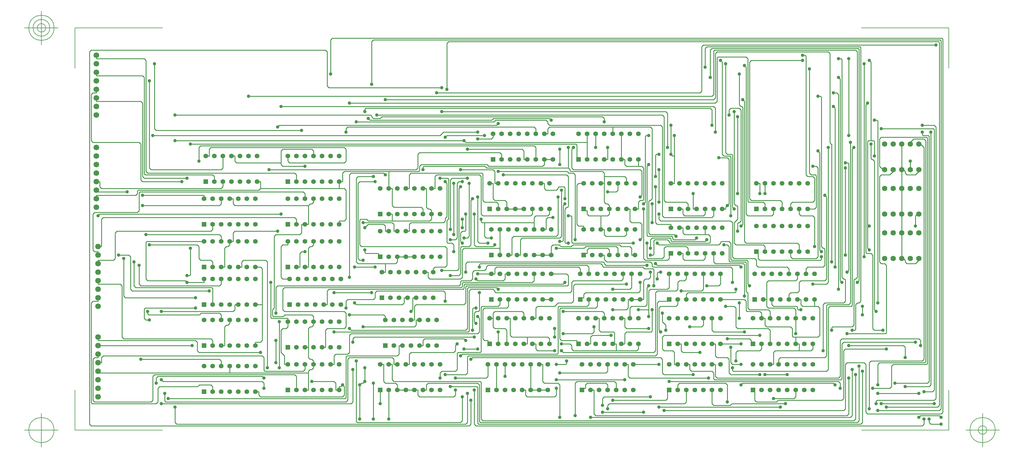
<source format=gbr>
G04 Generated by Ultiboard 14.1 *
%FSLAX24Y24*%
%MOIN*%

%ADD10C,0.0001*%
%ADD11C,0.0100*%
%ADD12C,0.0050*%
%ADD13C,0.0665*%
%ADD14C,0.0633*%
%ADD15C,0.0394*%
%ADD16C,0.0550*%
%ADD17R,0.0550X0.0550*%


G04 ColorRGB 00FF00 for the following layer *
%LNCopper Top*%
%LPD*%
G54D10*
G54D11*
X20600Y18600D02*
X19600Y18600D01*
X19000Y-8400D02*
X18000Y-8400D01*
X-21200Y1200D02*
X-27100Y1200D01*
X-27200Y1100D01*
X-27200Y0D01*
X-27000Y-200D01*
X-26600Y-200D01*
X-2000Y-11800D02*
X-2000Y-7800D01*
X-4000Y-7800D02*
X-3800Y-8000D01*
X-3800Y-9000D01*
X-4000Y-9200D01*
X-13600Y-9200D01*
X-13800Y-9000D01*
X-13800Y-8600D01*
X-14200Y-8600D01*
X28000Y-3800D02*
X23000Y-3800D01*
X22800Y-3600D01*
X22800Y-3200D01*
X22600Y-3000D01*
X21600Y-3000D01*
X38400Y7600D02*
X38400Y7000D01*
X38200Y6800D01*
X36000Y6800D01*
X35800Y7000D01*
X35800Y7600D01*
X35400Y7600D01*
X34400Y7600D02*
X34200Y7600D01*
X34200Y7000D01*
X34000Y6800D01*
X31400Y6800D01*
X31200Y7000D01*
X31200Y12800D01*
X30800Y14200D02*
X31000Y14400D01*
X31000Y17200D01*
X30800Y17400D01*
X23000Y17400D01*
X22800Y17600D01*
X22800Y19800D01*
X23000Y20000D01*
X25600Y20000D02*
X25600Y21600D01*
X31600Y6200D02*
X26800Y6200D01*
X26600Y6400D01*
X26600Y6500D01*
X26500Y6600D01*
X10600Y6600D01*
X10400Y6400D01*
X10400Y5400D01*
X10400Y-2600D02*
X10200Y-2400D01*
X5600Y-2400D01*
X5400Y-2600D01*
X5400Y-3200D01*
X5000Y-3200D01*
X4400Y-8400D02*
X3400Y-8400D01*
X2400Y7200D02*
X2400Y6600D01*
X2200Y6400D01*
X1000Y5400D02*
X600Y5400D01*
X2200Y6400D02*
X1000Y6400D01*
X1000Y5400D01*
X1000Y6400D02*
X-2200Y6400D01*
X-2400Y6600D01*
X-2400Y16400D01*
X-2200Y16600D01*
X-400Y16600D01*
X44800Y-6600D02*
X41400Y-6600D01*
X41200Y-6400D01*
X41200Y-4800D01*
X41000Y-4600D01*
X39800Y-4600D01*
X39600Y-4400D01*
X39600Y-3000D01*
X39200Y-3000D01*
X28000Y-8400D02*
X28000Y-7600D01*
X27800Y-7400D01*
X23400Y-7400D01*
X23200Y-7600D01*
X23200Y-11400D01*
X-23600Y23800D02*
X-700Y23800D01*
X-600Y23700D01*
X-600Y23600D01*
X-400Y23400D01*
X400Y23400D01*
X600Y23600D01*
X26400Y23600D01*
X26600Y23400D01*
X26600Y23000D01*
X24800Y5200D02*
X24800Y6000D01*
X24600Y6200D01*
X13000Y6200D01*
X12800Y6000D01*
X12800Y5800D01*
X12600Y5600D01*
X11400Y5600D01*
X11200Y5400D01*
X11200Y4600D01*
X11000Y4400D01*
X9900Y4400D01*
X9800Y4300D01*
X9800Y4000D01*
X9600Y3800D01*
X-11600Y3800D01*
X-11800Y3600D01*
X-11800Y600D01*
X39200Y-8400D02*
X39200Y-10000D01*
X39400Y-10200D01*
X41300Y-10200D01*
X41400Y-10200D01*
X41400Y-10100D01*
X41600Y-10000D01*
X47800Y-10000D01*
X58400Y-10000D02*
X58400Y-9700D01*
X58500Y-9600D01*
X65200Y-9600D01*
X65400Y-9400D01*
X65400Y22400D01*
X65200Y22600D01*
X63800Y22600D01*
X39200Y22600D02*
X39200Y24400D01*
X39000Y24600D01*
X-1300Y24600D01*
X-1400Y24500D01*
X-1400Y24200D01*
X-1400Y10600D02*
X-1000Y11000D01*
X800Y11000D01*
X1000Y10800D01*
X1000Y10200D01*
X1400Y10200D01*
X26600Y16600D02*
X26600Y17000D01*
X26400Y17200D01*
X22700Y17200D01*
X22600Y17300D01*
X22600Y17400D01*
X22400Y17600D01*
X12900Y17600D01*
X12800Y17600D01*
X12800Y17700D01*
X12600Y17800D01*
X5500Y17800D01*
X5400Y17700D01*
X5400Y17400D01*
X61800Y-8000D02*
X64600Y-8000D01*
X64800Y-7800D01*
X64800Y21800D01*
X48200Y5200D02*
X48200Y5800D01*
X48000Y6000D01*
X44600Y6000D01*
X44400Y6200D01*
X44400Y6800D01*
X44200Y7000D01*
X41800Y7000D01*
X41600Y7200D01*
X41600Y11200D01*
X41400Y11400D01*
X33200Y11400D01*
X33000Y11600D01*
X33000Y12200D01*
X-17200Y9000D02*
X-17200Y8600D01*
X-17400Y8400D01*
X-17600Y8400D01*
X-17800Y8200D01*
X-17800Y6000D01*
X-18200Y6000D01*
X-18000Y19000D02*
X-18000Y17600D01*
X-18200Y17400D01*
X-26400Y17400D01*
X-26600Y17600D01*
X-26600Y27800D01*
X-8400Y14000D02*
X-8400Y14600D01*
X-8600Y14800D01*
X-27700Y14800D01*
X-27800Y14700D01*
X-27800Y12600D01*
X-28000Y12400D01*
X-33000Y12400D01*
X-33200Y12200D01*
X-33200Y8000D01*
X-33000Y7800D01*
X-32600Y7800D01*
X-32600Y7400D01*
X-18200Y9000D02*
X-18200Y9600D01*
X-18400Y9800D01*
X-27000Y9800D01*
X20000Y-8400D02*
X19000Y-8400D01*
X5400Y12200D02*
X5400Y12800D01*
X5200Y13000D01*
X2000Y13000D01*
X1800Y13200D01*
X1800Y15200D01*
X1400Y15200D01*
X-4400Y15200D02*
X-3800Y15200D01*
X-3600Y15000D01*
X-3600Y11600D01*
X-3800Y11400D01*
X-4400Y11400D01*
X-4400Y11000D01*
X57800Y20800D02*
X57800Y30000D01*
X57600Y30200D01*
X63400Y17400D02*
X63400Y17200D01*
X63000Y16800D01*
X62000Y16800D01*
X61800Y17000D01*
X61800Y17200D01*
X61600Y17400D01*
X61400Y17400D01*
X61400Y15200D01*
X36000Y9800D02*
X35800Y10000D01*
X35800Y10600D01*
X35400Y10600D01*
X38400Y10600D02*
X38400Y9800D01*
X36000Y9800D01*
X12600Y21400D02*
X8200Y21400D01*
X8000Y21200D01*
X7400Y16400D02*
X8300Y16400D01*
X8400Y16300D01*
X8400Y11700D01*
X8400Y11600D01*
X8300Y11600D01*
X8200Y11400D01*
X8200Y8900D01*
X8300Y8800D01*
X8800Y8800D01*
X9000Y8600D01*
X9000Y7800D01*
X15000Y-6800D02*
X15000Y-5400D01*
X45400Y7800D02*
X45400Y8400D01*
X45200Y8600D01*
X42000Y8600D01*
X41800Y8800D01*
X41800Y11200D01*
X42200Y11600D01*
X42200Y13100D01*
X42100Y13200D01*
X42000Y13200D01*
X41800Y13400D01*
X41800Y24200D01*
X49400Y12800D02*
X49400Y12200D01*
X49600Y12000D01*
X51000Y12000D01*
X51200Y11800D01*
X51200Y8400D01*
X56000Y-6600D02*
X56000Y-11800D01*
X55800Y-12000D01*
X12400Y-12000D01*
X12200Y-11800D01*
X12200Y-7500D01*
X12100Y-7400D01*
X2000Y-7400D01*
X1800Y-7200D01*
X1800Y-5400D01*
X1400Y-5400D01*
X27000Y-5400D02*
X27000Y-6200D01*
X26800Y-6400D01*
X21400Y-6400D01*
X10000Y10600D02*
X10000Y11600D01*
X46000Y-3000D02*
X46000Y-1400D01*
X45800Y-1200D01*
X42200Y-1200D01*
X42000Y-1000D01*
X42000Y1200D01*
X41800Y1400D01*
X40800Y1400D01*
X36400Y7600D02*
X36400Y8200D01*
X36200Y8400D01*
X33800Y8400D01*
X33600Y8200D01*
X33600Y7200D01*
X33400Y7000D01*
X31700Y7000D01*
X31600Y7100D01*
X31600Y8800D01*
X30000Y8800D02*
X22900Y8800D01*
X22800Y8900D01*
X22800Y11900D01*
X22700Y12000D01*
X22400Y12000D01*
X11200Y14000D02*
X11000Y13800D01*
X11000Y8600D01*
X10800Y8400D01*
X9900Y8400D01*
X9800Y8300D01*
X9800Y5200D01*
X9600Y5000D01*
X8600Y5000D01*
X-7400Y-400D02*
X-7400Y-800D01*
X-7600Y-1000D01*
X-7800Y-1000D01*
X-8000Y-1200D01*
X-8000Y-3400D01*
X-8400Y-3400D01*
X-9400Y6000D02*
X-9000Y6000D01*
X-9000Y7600D01*
X-8800Y7800D01*
X-8400Y7800D01*
X-22800Y16000D02*
X-27400Y16000D01*
X-27600Y16200D01*
X-27600Y20400D01*
X-27800Y20600D01*
X-33200Y20600D01*
X-33400Y20800D01*
X-33400Y26200D01*
X-33200Y26400D01*
X-32800Y26400D01*
X-32800Y26800D01*
X-21200Y2400D02*
X-29400Y2400D01*
X-29600Y2600D01*
X-29600Y7000D01*
X-18200Y-5600D02*
X-18200Y-5000D01*
X-18400Y-4800D01*
X-27600Y-4800D01*
X19400Y7400D02*
X18400Y7400D01*
X29200Y17800D02*
X29000Y18000D01*
X29000Y18600D01*
X28600Y18600D01*
X30600Y18600D02*
X30600Y17800D01*
X29200Y17800D01*
X49400Y-3800D02*
X46600Y-3800D01*
X46400Y-4000D01*
X46400Y-5400D01*
X46000Y-5400D01*
X59200Y-1400D02*
X58200Y-1400D01*
X58000Y-1200D01*
X58000Y7400D01*
X57800Y7600D01*
X57300Y7600D01*
X57200Y7700D01*
X57200Y25000D01*
X57400Y25200D01*
X10600Y19800D02*
X17000Y19800D01*
X17200Y19600D01*
X17200Y18600D01*
X17600Y18600D01*
X21400Y18000D02*
X21400Y19800D01*
X13600Y21600D02*
X13600Y21200D01*
X13400Y21000D01*
X11800Y21000D01*
X38200Y5200D02*
X38200Y3400D01*
X38000Y3200D01*
X35600Y3200D01*
X14200Y-1600D02*
X14200Y-3000D01*
X33000Y13600D02*
X33000Y17400D01*
X52000Y7800D02*
X51800Y8000D01*
X51800Y19400D01*
X51600Y19600D01*
X39200Y0D02*
X39200Y-1400D01*
X39400Y-1600D01*
X43000Y-1600D01*
X53200Y-1400D02*
X53200Y-1100D01*
X53300Y-1000D01*
X55600Y-1000D01*
X55800Y-800D01*
X55800Y4500D01*
X55900Y4600D01*
X56000Y4600D01*
X56200Y4800D01*
X56200Y31200D01*
X56000Y31400D01*
X39500Y31400D01*
X39400Y31300D01*
X39400Y26200D01*
X39200Y26000D01*
X-15000Y26000D01*
X55600Y-1400D02*
X55900Y-1400D01*
X56000Y-1300D01*
X56000Y1600D01*
X56200Y1800D01*
X56400Y1800D01*
X56600Y2000D01*
X56600Y31700D01*
X56500Y31800D01*
X38600Y31800D01*
X38400Y31600D01*
X38400Y29400D01*
X27000Y-8400D02*
X27000Y-7800D01*
X26800Y-7600D01*
X24600Y-7600D01*
X24400Y-7800D01*
X24400Y-8200D01*
X24000Y-8200D01*
X24000Y-8400D01*
X30000Y-5400D02*
X33000Y-5400D01*
X33000Y-10400D02*
X47200Y-10400D01*
X42400Y0D02*
X42400Y1800D01*
X43600Y3800D02*
X43400Y4000D01*
X43400Y6700D01*
X43300Y6800D01*
X41500Y6800D01*
X41400Y6900D01*
X41400Y8800D01*
X41200Y9000D01*
X40300Y9000D01*
X40200Y8900D01*
X40200Y8800D01*
X40000Y8600D01*
X33000Y8600D01*
X32800Y8800D01*
X-11600Y10200D02*
X-16600Y10200D01*
X-16800Y10000D01*
X-16800Y9000D01*
X-17200Y9000D01*
X-17200Y-200D02*
X-17200Y-600D01*
X-17400Y-800D01*
X-17600Y-800D01*
X-17800Y-1000D01*
X-17800Y-3200D01*
X-18200Y-3200D01*
X40400Y12800D02*
X40800Y12800D01*
X40800Y13000D01*
X41000Y13200D01*
X-13600Y16000D02*
X-14000Y16000D01*
X-4400Y16000D02*
X-4400Y15200D01*
X-13600Y15200D01*
X-13600Y16000D01*
X20400Y7400D02*
X20400Y8400D01*
X20600Y8600D01*
X21300Y8600D01*
X21400Y8600D01*
X21400Y8500D01*
X21600Y8400D01*
X22700Y8400D01*
X22800Y8400D01*
X22800Y8500D01*
X23000Y8600D01*
X28400Y8600D01*
X28600Y8400D01*
X29600Y8400D01*
X29800Y8200D01*
X29800Y7400D01*
X30200Y7400D01*
X-11800Y-2600D02*
X-11800Y-5200D01*
X-7600Y-7400D02*
X-5000Y-7400D01*
X-4800Y-7600D01*
X-4800Y-8400D01*
X-4400Y-8400D01*
X33400Y600D02*
X33400Y-400D01*
X33800Y-800D01*
X33800Y-1400D01*
X34200Y5200D02*
X34200Y3600D01*
X34000Y3400D01*
X32000Y3400D01*
X31800Y3200D01*
X31800Y1000D01*
X34400Y15800D02*
X34800Y15800D01*
X34800Y21400D01*
X55200Y21400D02*
X55200Y30400D01*
X66000Y-11600D02*
X65800Y-11400D01*
X63600Y-11400D01*
X63400Y-11600D01*
X63400Y-8800D02*
X58600Y-8800D01*
X49000Y-8400D02*
X49000Y-9200D01*
X48800Y-9400D01*
X46400Y-9400D01*
X42600Y-5400D02*
X41600Y-5400D01*
X41400Y-5200D01*
X41400Y-3400D01*
X21000Y-8200D02*
X21000Y-9000D01*
X20800Y-9200D01*
X17600Y-9200D01*
X17400Y-9000D01*
X17400Y-8400D01*
X17000Y-8400D01*
X48400Y12800D02*
X48400Y13400D01*
X48600Y13600D01*
X51000Y13600D01*
X51200Y13800D01*
X51200Y16400D01*
X51000Y16600D01*
X50400Y16600D01*
X50200Y16800D01*
X50200Y30700D01*
X50100Y30800D01*
X49800Y30800D01*
X-25200Y-7200D02*
X-25000Y-7400D01*
X-13400Y-7400D01*
X-13200Y-7600D01*
X-13200Y-8200D01*
X36200Y-8400D02*
X36200Y-9800D01*
X36000Y-10000D01*
X27200Y-10000D01*
X27000Y-10200D01*
X27000Y-10600D01*
X-5000Y3000D02*
X-600Y3000D01*
X6400Y12200D02*
X6400Y11600D01*
X6200Y11400D01*
X1800Y12200D02*
X1400Y12200D01*
X6200Y11400D02*
X1800Y11400D01*
X1800Y12200D01*
X4000Y800D02*
X4200Y1000D01*
X4200Y2400D01*
X4600Y2400D01*
X-18000Y16000D02*
X-18000Y15400D01*
X-18200Y15200D01*
X-32200Y15200D01*
X-32400Y15400D01*
X-32400Y16000D01*
X-32800Y16000D01*
X20400Y2200D02*
X19400Y2200D01*
X29600Y0D02*
X29600Y1200D01*
X29800Y1400D01*
X31400Y1400D01*
X31600Y1600D01*
X31600Y3600D01*
X31800Y3800D01*
X61400Y15200D02*
X61400Y12200D01*
X34400Y19200D02*
X34600Y19000D01*
X34800Y19000D01*
X18400Y5200D02*
X18400Y4400D01*
X18200Y4200D01*
X10100Y4200D01*
X10000Y4100D01*
X10000Y3700D01*
X9900Y3600D01*
X-10800Y3600D01*
X-11000Y3400D01*
X-11000Y1000D01*
X-10800Y800D01*
X-3800Y800D01*
X-3600Y600D01*
X-3600Y-1000D01*
X-3800Y-1200D01*
X-5800Y-1200D01*
X-6000Y-1400D01*
X-6000Y-3400D01*
X-6400Y-3400D01*
X14200Y3400D02*
X14000Y3600D01*
X10700Y3600D01*
X10600Y3500D01*
X10600Y-1200D01*
X10400Y-1400D01*
X-3000Y-1400D01*
X-3200Y-1200D01*
X62400Y17400D02*
X62400Y18400D01*
X63000Y-2800D02*
X54600Y-2800D01*
X54400Y-3000D01*
X54400Y-7100D01*
X54300Y-7200D01*
X39500Y-7200D01*
X39400Y-7100D01*
X39400Y-6400D01*
X39200Y-6200D01*
X36800Y-6200D01*
X36600Y-6000D01*
X36600Y-5400D01*
X36200Y-5400D01*
X22000Y4200D02*
X21800Y4000D01*
X10300Y4000D01*
X10200Y3900D01*
X10200Y3500D01*
X10100Y3400D01*
X-5600Y3400D01*
X-5800Y3200D01*
X-5800Y1600D01*
X-6200Y1600D01*
X49000Y0D02*
X49000Y-1800D01*
X49800Y1400D02*
X49600Y1600D01*
X49600Y2200D01*
X49200Y2200D01*
X51200Y2200D02*
X51200Y1400D01*
X49800Y1400D01*
X20200Y12800D02*
X20200Y12200D01*
X20000Y12000D01*
X18600Y12000D01*
X18400Y11800D01*
X18400Y11200D01*
X25800Y2200D02*
X25800Y1400D01*
X25600Y1200D01*
X21500Y1200D01*
X21400Y1100D01*
X21400Y-2400D01*
X21600Y-2600D01*
X23400Y-2600D01*
X23400Y-3000D01*
X23600Y-3000D01*
X16200Y12800D02*
X15200Y12800D01*
X3400Y-8400D02*
X2400Y-8400D01*
X61400Y12200D02*
X61400Y10000D01*
X37400Y12800D02*
X37000Y12800D01*
X37000Y14600D01*
X21200Y14200D02*
X21200Y9800D01*
X21000Y9600D01*
X16000Y9600D01*
X15800Y9400D01*
X15800Y7400D01*
X15400Y7400D01*
X14400Y2200D02*
X14400Y1600D01*
X14200Y1400D01*
X12300Y1400D01*
X12200Y1300D01*
X12200Y-3900D01*
X12100Y-4000D01*
X9500Y-4000D01*
X9400Y-4100D01*
X9400Y-6000D01*
X9200Y-6200D01*
X7600Y-6200D01*
X7400Y-6400D01*
X7400Y-7000D01*
X14400Y8200D02*
X10200Y8200D01*
X10000Y8000D01*
X10000Y4800D01*
X9800Y4600D01*
X6200Y4600D01*
X6000Y4800D01*
X6000Y5400D01*
X5600Y5400D01*
X55200Y-3200D02*
X61600Y-3200D01*
X61800Y-3400D01*
X61800Y-4600D01*
X64600Y-11800D02*
X64600Y-12200D01*
X64800Y-12400D01*
X66000Y-12400D01*
X-400Y-11800D02*
X-400Y-7600D01*
X59400Y17400D02*
X59200Y17400D01*
X58800Y17800D01*
X58800Y21000D01*
X59000Y21200D01*
X64300Y21200D01*
X64400Y21100D01*
X64400Y-5300D01*
X64300Y-5400D01*
X60400Y-5400D01*
X60200Y-5600D01*
X60200Y-8000D01*
X60000Y-8200D01*
X58000Y-8200D01*
X54200Y-8200D02*
X54200Y-7600D01*
X54000Y-7400D01*
X34200Y-7400D01*
X57000Y7200D02*
X57000Y29800D01*
X-25200Y800D02*
X-16800Y800D01*
X-16600Y1000D01*
X-16600Y1600D01*
X-16200Y1600D01*
X-7400Y9000D02*
X-7400Y8600D01*
X-7600Y8400D01*
X-7800Y8400D01*
X-8000Y8200D01*
X-8000Y6000D01*
X-8400Y6000D01*
X-18200Y-200D02*
X-18200Y400D01*
X-18400Y600D01*
X-20500Y600D01*
X-20600Y600D01*
X-20600Y500D01*
X-20800Y400D01*
X-26700Y400D01*
X-26800Y500D01*
X-26800Y800D01*
X20400Y7400D02*
X19400Y7400D01*
X18000Y-5400D02*
X18000Y-8400D01*
X57600Y8000D02*
X57400Y8200D01*
X57400Y20700D01*
X57500Y20800D01*
X58100Y20800D01*
X58200Y20700D01*
X58200Y19000D01*
X40000Y18800D02*
X41000Y18800D01*
X41200Y18600D01*
X41200Y13400D01*
X41000Y13200D01*
X51200Y1400D02*
X51600Y1400D01*
X51800Y1200D01*
X51800Y-2000D01*
X51600Y-2200D01*
X48700Y-2200D01*
X48600Y-2100D01*
X48600Y-1200D01*
X48400Y-1000D01*
X45600Y-1000D01*
X45400Y-800D01*
X45400Y0D01*
X45000Y0D01*
X13400Y5200D02*
X11800Y5200D01*
X18600Y18600D02*
X18600Y20000D01*
X18400Y20200D01*
X-20600Y20200D01*
X-20800Y20000D01*
X-20800Y18400D01*
X38200Y0D02*
X38200Y-800D01*
X38000Y-1000D01*
X36600Y-1000D01*
X31800Y-1200D02*
X29200Y-1200D01*
X29000Y-1000D01*
X29000Y0D01*
X28600Y0D01*
X20400Y5200D02*
X22200Y5200D01*
X22400Y5000D01*
X22400Y3900D01*
X22300Y3800D01*
X10500Y3800D01*
X10400Y3700D01*
X10400Y1800D01*
X10200Y1600D01*
X4600Y1600D01*
X4400Y1400D01*
X4400Y-200D01*
X4000Y-200D01*
X22000Y13400D02*
X21800Y13200D01*
X21800Y9100D01*
X21700Y9000D01*
X21400Y9000D01*
X21600Y15000D02*
X21600Y9600D01*
X21400Y9400D01*
X17000Y9400D01*
X16800Y9200D01*
X16800Y7400D01*
X16400Y7400D01*
X14200Y12800D02*
X14200Y13400D01*
X14000Y13600D01*
X12600Y13600D01*
X12400Y13800D01*
X12400Y16900D01*
X12300Y17000D01*
X4000Y17000D01*
X3800Y16800D01*
X3800Y15200D01*
X3400Y15200D01*
X59000Y-10000D02*
X65200Y-10000D01*
X-1600Y11200D02*
X1800Y11200D01*
X2000Y11000D01*
X2000Y10200D01*
X2400Y10200D01*
X26200Y12000D02*
X26200Y10400D01*
X-11200Y18200D02*
X-16400Y18200D01*
X-16600Y18400D01*
X-16600Y19000D01*
X-17000Y19000D01*
X-8800Y22000D02*
X-25800Y22000D01*
X-26000Y22200D01*
X-26000Y29800D01*
X-22200Y16400D02*
X-27200Y16400D01*
X-27400Y16600D01*
X-27400Y25200D01*
X-27600Y25400D01*
X-32800Y25400D01*
X-32800Y25800D01*
X-19200Y1600D02*
X-19200Y3500D01*
X-19300Y3600D01*
X-28200Y3600D01*
X-28400Y3800D01*
X-28400Y6600D01*
X-19200Y-8600D02*
X-19200Y-8000D01*
X-19400Y-7800D01*
X-20700Y-7800D01*
X-20800Y-7800D01*
X-20800Y-7900D01*
X-21000Y-8000D01*
X-25400Y-8000D01*
X-25600Y-8200D01*
X-25600Y-9800D01*
X-25800Y-10000D01*
X-33300Y-10000D01*
X-33400Y-9900D01*
X-33400Y1800D01*
X-33200Y2000D01*
X-32600Y2000D01*
X-32600Y2400D01*
X27600Y-3000D02*
X27800Y-2800D01*
X27800Y-1700D01*
X27700Y-1600D01*
X26200Y-1600D01*
X26000Y-1400D01*
X26000Y0D01*
X25600Y0D01*
X30600Y17800D02*
X31000Y17800D01*
X31200Y17600D01*
X31200Y13900D01*
X31100Y13800D01*
X30800Y13800D01*
X30600Y13600D01*
X30600Y12800D01*
X30200Y12800D01*
X44000Y-8400D02*
X44200Y-8400D01*
X44200Y-9600D01*
X44400Y-9800D01*
X46700Y-9800D01*
X46800Y-9800D01*
X46800Y-9700D01*
X47000Y-9600D01*
X54400Y-9600D01*
X54600Y-9400D01*
X54600Y-3800D01*
X54800Y-3600D01*
X59600Y-3600D01*
X37400Y9400D02*
X37200Y9200D01*
X34700Y9200D01*
X34600Y9300D01*
X34600Y9500D01*
X34500Y9600D01*
X31700Y9600D01*
X31600Y9700D01*
X31600Y17800D01*
X31800Y18000D01*
X29000Y-7200D02*
X21000Y-7200D01*
X10600Y-8800D02*
X10600Y-12200D01*
X10400Y-12400D01*
X-23400Y-12400D01*
X-23600Y-12200D01*
X-23600Y-10400D01*
X-23600Y20800D02*
X10200Y20800D01*
X37000Y-6600D02*
X33600Y-6600D01*
X33400Y-6400D01*
X33400Y-4800D01*
X33200Y-4600D01*
X11200Y-4600D01*
X11000Y-4800D01*
X13000Y-5400D02*
X13000Y-6800D01*
X12800Y-7000D01*
X9200Y-7000D01*
X9200Y-8400D02*
X9200Y-9000D01*
X9000Y-9200D01*
X5000Y-9200D01*
X4800Y-9000D01*
X4800Y-8400D01*
X4400Y-8400D01*
X35200Y2200D02*
X35200Y1600D01*
X35000Y1400D01*
X33200Y1400D01*
X33000Y1200D01*
X33000Y-1400D01*
X33200Y-1600D01*
X27400Y-2000D02*
X25200Y-2000D01*
X25000Y-2200D01*
X25000Y-3000D01*
X24600Y-3000D01*
X42200Y10200D02*
X42200Y11100D01*
X42300Y11200D01*
X42400Y11200D01*
X42600Y11400D01*
X42600Y24400D01*
X42400Y24600D01*
X41400Y24600D01*
X41200Y24400D01*
X41200Y23800D01*
X14800Y16800D02*
X22200Y16800D01*
X22400Y16600D01*
X22400Y13100D01*
X22300Y13000D01*
X22200Y13000D01*
X22000Y12800D01*
X22000Y8900D01*
X22100Y8800D01*
X22400Y8800D01*
X25400Y-1000D02*
X25400Y-1600D01*
X25200Y-1800D01*
X21800Y-1800D01*
X11400Y-2200D02*
X-2600Y-2200D01*
X-2800Y-2400D01*
X-2800Y-2800D01*
X32200Y11200D02*
X32200Y13400D01*
X31200Y13400D02*
X31400Y13600D01*
X31400Y21300D01*
X31500Y21400D01*
X31800Y21400D01*
X59000Y22200D02*
X65100Y22200D01*
X65200Y22100D01*
X65200Y-8400D01*
X65000Y-8600D01*
X64000Y-8600D01*
X64000Y-11800D02*
X64000Y-12400D01*
X63800Y-12600D01*
X11600Y-12600D01*
X11400Y-12400D01*
X11400Y-8400D01*
X11600Y1200D02*
X11300Y1200D01*
X11200Y1100D01*
X11200Y-1400D01*
X60400Y17400D02*
X60400Y17200D01*
X60000Y16800D01*
X59000Y16800D01*
X58800Y16600D01*
X58800Y6600D01*
X59000Y6400D01*
X59400Y6400D01*
X59600Y6200D01*
X59600Y-1700D01*
X59500Y-1800D01*
X55000Y-1800D01*
X44800Y-2000D02*
X33600Y-2000D01*
X33400Y-2200D01*
X33400Y-3600D01*
X33600Y-3800D01*
X34600Y-3800D01*
X34800Y-4000D01*
X34800Y-5400D01*
X35200Y-5400D01*
X6400Y12200D02*
X6400Y12600D01*
X6200Y12800D01*
X6000Y12800D01*
X5800Y13000D01*
X5800Y15200D01*
X5400Y15200D01*
X45000Y-3000D02*
X45000Y-3600D01*
X44800Y-3800D01*
X42200Y-3800D01*
X42000Y-4000D01*
X42000Y-5000D01*
X38800Y-7000D02*
X29600Y-7000D01*
X29400Y-6800D01*
X29400Y-5400D01*
X29000Y-5400D01*
X42600Y10800D02*
X42800Y11000D01*
X42800Y24700D01*
X42700Y24800D01*
X42600Y24800D01*
X42400Y25000D01*
X42400Y28600D01*
X-8000Y-6400D02*
X-17200Y-6400D01*
X-19200Y6000D02*
X-19200Y6600D01*
X-19400Y6800D01*
X-20600Y6800D01*
X-20800Y7000D01*
X-20800Y8400D01*
X-21000Y8600D01*
X-26600Y8600D01*
X-8400Y-5400D02*
X-8400Y-6000D01*
X-8600Y-6200D01*
X-13100Y-6200D01*
X-13200Y-6100D01*
X-13200Y-4600D01*
X-13400Y-4400D01*
X-32000Y-4400D01*
X-32200Y-4600D01*
X-32200Y-5200D01*
X-32600Y-5200D01*
X51000Y-3000D02*
X51000Y-3600D01*
X50800Y-3800D01*
X49400Y-3000D02*
X49000Y-3000D01*
X50800Y-3800D02*
X49400Y-3800D01*
X49400Y-3000D01*
X-1400Y-7400D02*
X-1400Y-5800D01*
X-11400Y-5800D02*
X-11400Y-400D01*
X-3600Y1200D02*
X-3600Y2000D01*
X-3400Y2200D01*
X-400Y2200D01*
X-200Y2400D01*
X-200Y3000D01*
X0Y3200D01*
X7800Y3200D01*
X8000Y3000D01*
X8000Y2000D01*
X-2600Y6000D02*
X-200Y6000D01*
X63400Y7000D02*
X63400Y6800D01*
X63000Y6400D01*
X62000Y6400D01*
X61800Y6600D01*
X61800Y6800D01*
X61600Y7000D01*
X61400Y7000D01*
X32600Y15400D02*
X32600Y11200D01*
X32800Y11000D01*
X34400Y11000D01*
X34400Y10600D01*
X-12400Y4200D02*
X-12400Y100D01*
X-12300Y0D01*
X-10400Y0D01*
X-10400Y-400D01*
X18600Y21600D02*
X18600Y22200D01*
X18400Y22400D01*
X-3400Y22400D01*
X-3600Y22200D01*
X-3600Y21800D01*
X38400Y9800D02*
X38800Y9800D01*
X39000Y9600D01*
X39000Y8900D01*
X38900Y8800D01*
X34300Y8800D01*
X34200Y8900D01*
X34200Y9000D01*
X34000Y9200D01*
X32500Y9200D01*
X32400Y9100D01*
X32400Y7500D01*
X32300Y7400D01*
X32000Y7400D01*
X23200Y9200D02*
X23200Y16800D01*
X23000Y17000D01*
X22500Y17000D01*
X22400Y17000D01*
X22400Y17100D01*
X22200Y17200D01*
X14200Y17200D01*
X11800Y21800D02*
X7800Y21800D01*
X7400Y21400D01*
X-26200Y21400D01*
X21400Y-11600D02*
X21400Y-7800D01*
X21200Y-7600D01*
X19600Y-7600D01*
X19400Y-7400D01*
X19400Y-5400D01*
X19000Y-5400D01*
X15400Y2200D02*
X15400Y1400D01*
X15200Y1200D01*
X12600Y1200D01*
X12400Y1000D01*
X12400Y-2400D01*
X12600Y-2600D01*
X13000Y-2600D01*
X13000Y-3000D01*
X13200Y-3000D01*
X38400Y12800D02*
X38400Y12200D01*
X38200Y12000D01*
X36000Y12000D01*
X35800Y12200D01*
X35800Y12800D01*
X35400Y12800D01*
X27200Y7400D02*
X27200Y8000D01*
X27000Y8200D01*
X24800Y8200D01*
X24600Y8000D01*
X24600Y7600D01*
X24200Y7600D01*
X24200Y7400D01*
X39400Y7600D02*
X39400Y6600D01*
X39600Y6400D01*
X42900Y6400D01*
X43000Y6300D01*
X43000Y2600D01*
X56800Y1400D02*
X56800Y400D01*
X56800Y-6200D02*
X56800Y-12200D01*
X56600Y-12400D01*
X11900Y-12400D01*
X11800Y-12300D01*
X11800Y-8100D01*
X11700Y-8000D01*
X8600Y-8000D01*
X-9400Y11000D02*
X-9400Y11600D01*
X-9600Y11800D01*
X-32000Y11800D01*
X-32200Y11600D01*
X-32200Y8400D01*
X-32600Y8400D01*
X-19200Y11000D02*
X-19200Y10400D01*
X-19400Y10200D01*
X-30400Y10200D01*
X-30600Y10000D01*
X-30600Y7000D01*
X-30800Y6800D01*
X-32600Y6800D01*
X-32600Y6400D01*
X-18200Y14000D02*
X-18200Y13400D01*
X-18400Y13200D01*
X-27400Y13200D01*
X30800Y2200D02*
X29800Y2200D01*
X-14200Y6000D02*
X-13600Y6000D01*
X-13400Y5800D01*
X-13400Y1600D01*
X-4000Y-7800D02*
X-4200Y-8000D01*
X-4400Y-8000D01*
X-4400Y-8400D01*
X30600Y-3000D02*
X30600Y-3600D01*
X30400Y-3800D01*
X28000Y-3000D02*
X27600Y-3000D01*
X30400Y-3800D02*
X28000Y-3800D01*
X28000Y-3000D01*
X32000Y5400D02*
X32000Y4800D01*
X31800Y4600D01*
X31400Y4600D01*
X31200Y4400D01*
X31200Y2200D01*
X30800Y2200D01*
X12600Y11200D02*
X12300Y11200D01*
X12200Y11300D01*
X12200Y11600D01*
X4400Y7200D02*
X3400Y7200D01*
X-10400Y19000D02*
X-10400Y18400D01*
X-10200Y18200D01*
X-3800Y18200D01*
X-3600Y18400D01*
X-3600Y19800D01*
X-3800Y20000D01*
X-19400Y20000D01*
X-19600Y19800D01*
X-19600Y19000D01*
X-20000Y19000D01*
X10000Y-9200D02*
X10000Y-12000D01*
X9800Y-12200D01*
X-2300Y-12200D01*
X-2400Y-12100D01*
X-2400Y-5000D01*
X-2600Y1800D02*
X-2400Y1600D01*
X3000Y1600D01*
X3200Y1800D01*
X3200Y2400D01*
X3600Y2400D01*
X20600Y11800D02*
X20000Y11800D01*
X19800Y11600D01*
X19800Y10400D01*
X19400Y10400D01*
X22000Y14000D02*
X22000Y15300D01*
X21900Y15400D01*
X21300Y15400D01*
X21200Y15300D01*
X21200Y15200D01*
X21000Y15000D01*
X19800Y15000D01*
X19600Y15200D01*
X19600Y15800D01*
X19200Y15800D01*
X48400Y7800D02*
X48400Y7200D01*
X48600Y7000D01*
X51400Y7000D01*
X51600Y7200D01*
X51600Y17600D01*
X51400Y17800D01*
X51000Y17800D01*
X55600Y-6000D02*
X55600Y-11400D01*
X55400Y-11600D01*
X25000Y-11600D01*
X1400Y-11800D02*
X1400Y-8400D01*
X35200Y-8400D02*
X35200Y-7800D01*
X35400Y-7600D01*
X40800Y-7600D01*
X41000Y-7800D01*
X41000Y-9800D01*
X58600Y-10800D02*
X65800Y-10800D01*
X66000Y-10600D01*
X66000Y32500D01*
X65900Y32600D01*
X-400Y32600D01*
X-600Y32400D01*
X-600Y27400D01*
X62400Y20400D02*
X62400Y20600D01*
X62800Y21000D01*
X64000Y21000D01*
X64200Y20800D01*
X64200Y-5100D01*
X64100Y-5200D01*
X58800Y-5200D01*
X58600Y-5400D01*
X58600Y-7800D01*
X53600Y-7800D02*
X53400Y-7600D01*
X42800Y-7600D01*
X42600Y-7800D01*
X33600Y-10800D02*
X54600Y-10800D01*
X54800Y-10600D01*
X54800Y-5400D01*
X55000Y-5200D01*
X57000Y-5200D01*
X57200Y-5400D01*
X57200Y-11000D01*
X57400Y-11200D01*
X66000Y-11200D01*
X66200Y-11000D01*
X66200Y32700D01*
X66100Y32800D01*
X-5200Y32800D01*
X-5400Y32600D01*
X-5400Y28600D01*
X36400Y12800D02*
X36400Y13400D01*
X36200Y13600D01*
X33800Y13600D01*
X33600Y13800D01*
X33600Y23600D01*
X33400Y23800D01*
X0Y23800D01*
X-200Y16000D02*
X-2000Y16000D01*
X-2200Y15800D01*
X-2200Y7000D01*
X-2000Y6800D01*
X-1600Y6800D01*
X-1600Y-1000D02*
X4400Y-1000D01*
X4600Y-800D01*
X4600Y-200D01*
X5000Y-200D01*
X39400Y12800D02*
X39400Y12000D01*
X39200Y11800D01*
X33600Y11800D01*
X33400Y12000D01*
X33400Y22400D01*
X33200Y22600D01*
X20200Y22600D01*
X20000Y22800D01*
X20000Y23000D01*
X19800Y23200D01*
X13900Y23200D01*
X13700Y23000D01*
X-2400Y23000D01*
X-3800Y17200D02*
X-4000Y17000D01*
X-4000Y16000D01*
X-4400Y16000D01*
X1400Y15200D02*
X1400Y17200D01*
X-3800Y17200D01*
X35000Y9600D02*
X34800Y9800D01*
X32000Y9800D01*
X31800Y10000D01*
X31800Y13700D01*
X31900Y13800D01*
X32000Y13800D01*
X32200Y14000D01*
X32200Y22200D01*
X32000Y22400D01*
X27600Y22400D01*
X24600Y21600D02*
X24600Y18600D01*
X61400Y20400D02*
X61400Y17400D01*
X32600Y16600D02*
X32600Y19100D01*
X32700Y19200D01*
X33000Y19200D01*
X34400Y19200D02*
X34400Y22600D01*
X-10400Y-400D02*
X-10400Y-1000D01*
X-10600Y-1200D01*
X-11000Y-1200D01*
X-11200Y-1400D01*
X-11200Y-4000D01*
X-10800Y-4400D01*
X-10800Y-5400D01*
X-10400Y-5400D01*
X37800Y-4000D02*
X35800Y-4000D01*
X35600Y-3800D01*
X35600Y-3000D01*
X35200Y-3000D01*
X-22200Y5000D02*
X-21900Y5000D01*
X-21800Y5100D01*
X-21800Y8200D01*
X-21800Y20400D02*
X23300Y20400D01*
X23400Y20300D01*
X23400Y18600D01*
X23600Y18600D01*
X28200Y7400D02*
X28200Y8200D01*
X28000Y8400D01*
X24500Y8400D01*
X24400Y8400D01*
X24400Y8300D01*
X24200Y8200D01*
X21000Y8200D01*
X13800Y8600D02*
X13600Y8400D01*
X11600Y8400D01*
X11400Y8600D01*
X11400Y12200D01*
X10400Y12200D02*
X10400Y10300D01*
X10300Y10200D01*
X10000Y10200D01*
X9800Y10000D01*
X9800Y9000D01*
X10000Y8800D01*
X10200Y-3600D02*
X11800Y-3600D01*
X42200Y14600D02*
X42200Y23600D01*
X10800Y15800D02*
X10800Y9600D01*
X10600Y9400D01*
X10200Y9400D01*
X9400Y-3000D02*
X9200Y-3200D01*
X9200Y-3800D01*
X9000Y-4000D01*
X4000Y-4000D01*
X3800Y-4200D01*
X3800Y-5400D01*
X3400Y-5400D01*
X46400Y12800D02*
X46400Y12200D01*
X46200Y12000D01*
X43400Y12000D01*
X43200Y12200D01*
X43200Y29400D01*
X43000Y29600D01*
X-25200Y-10000D02*
X-3000Y-10000D01*
X-2800Y-9800D01*
X-2800Y-6000D01*
X56200Y4200D02*
X56400Y4400D01*
X56400Y31500D01*
X56300Y31600D01*
X39200Y31600D01*
X39000Y31400D01*
X39000Y28200D01*
X-1400Y8000D02*
X-1400Y7700D01*
X-1300Y7600D01*
X200Y7600D01*
X200Y7200D01*
X400Y7200D01*
X50200Y5200D02*
X50200Y5800D01*
X50400Y6000D01*
X52200Y6000D01*
X52400Y6200D01*
X52400Y8100D01*
X52300Y8200D01*
X52200Y8200D01*
X52000Y8400D01*
X52000Y25900D01*
X51900Y26000D01*
X51600Y26000D01*
X10000Y16000D02*
X9600Y16000D01*
X9400Y15800D01*
X9400Y9400D01*
X9200Y9200D01*
X8600Y9200D01*
X63600Y-3200D02*
X63600Y-2600D01*
X63400Y-2400D01*
X54400Y-2400D01*
X54200Y-2600D01*
X54200Y-6800D01*
X54000Y-7000D01*
X39800Y-7000D01*
X39600Y-6800D01*
X39600Y-5400D01*
X39200Y-5400D01*
X53200Y6600D02*
X53200Y20300D01*
X53200Y20400D01*
X53100Y20400D01*
X53000Y20600D01*
X53000Y31000D01*
X52800Y31200D01*
X39800Y31200D01*
X39600Y31000D01*
X39600Y25800D01*
X39400Y25600D01*
X1000Y25600D01*
X1000Y16800D02*
X800Y17000D01*
X-3000Y17000D01*
X-3200Y16800D01*
X-3200Y4800D01*
X27200Y12800D02*
X27200Y13200D01*
X27000Y13400D01*
X26800Y13400D01*
X26600Y13600D01*
X26600Y15800D01*
X26200Y15800D01*
X49200Y5200D02*
X49200Y4600D01*
X49000Y4400D01*
X45800Y4400D01*
X45600Y4200D01*
X45600Y2200D01*
X45200Y2200D01*
X41600Y4200D02*
X41600Y5800D01*
X41400Y6000D01*
X32300Y6000D01*
X32200Y6100D01*
X32200Y6400D01*
X32000Y6600D01*
X26900Y6600D01*
X26600Y6900D01*
X26600Y7400D01*
X26200Y7400D01*
X46200Y2200D02*
X46200Y1600D01*
X46400Y1400D01*
X49100Y1400D01*
X49200Y1300D01*
X49200Y1100D01*
X49300Y1000D01*
X49600Y1000D01*
X55000Y5400D02*
X55200Y5600D01*
X55200Y18100D01*
X55100Y18200D01*
X54800Y18200D01*
X-32400Y-6400D02*
X-32600Y-6200D01*
X-17200Y-5600D02*
X-17200Y-6400D01*
X-32400Y-6400D01*
X-13600Y-4000D02*
X-20800Y-4000D01*
X-21000Y-3800D01*
X-21000Y-2800D01*
X-21200Y-2600D01*
X-32600Y-2600D01*
X-32600Y-2200D01*
X-9400Y-8400D02*
X-9400Y-6800D01*
X-9600Y-6600D01*
X-26000Y-6600D01*
X-26200Y-6800D01*
X-26200Y-9600D01*
X-26400Y-9800D01*
X-33000Y-9800D01*
X-33200Y-9600D01*
X-33200Y-4800D01*
X-33000Y-4600D01*
X-32600Y-4600D01*
X-32600Y-4200D01*
X31800Y200D02*
X31800Y1000D01*
X30600Y1000D01*
X63400Y12200D02*
X63200Y12200D01*
X63000Y12000D01*
X63000Y10800D01*
X57600Y10800D02*
X57400Y10800D01*
X14600Y18600D02*
X14600Y19200D01*
X14400Y19400D01*
X5000Y19400D01*
X4800Y19200D01*
X4800Y17600D01*
X4600Y17400D01*
X-12600Y17400D01*
X57800Y20400D02*
X57800Y18700D01*
X57900Y18600D01*
X58000Y18600D01*
X58200Y18400D01*
X58200Y1000D01*
X58400Y800D01*
X55200Y-7000D02*
X55200Y-11200D01*
X55000Y-11400D01*
X25600Y-11400D01*
X25400Y-11200D01*
X25400Y-8400D01*
X25000Y-8400D01*
X14000Y-5400D02*
X14000Y-8400D01*
X36200Y5200D02*
X36200Y4600D01*
X36000Y4400D01*
X35400Y4400D01*
X35200Y4200D01*
X35200Y3400D01*
X35000Y3200D01*
X32800Y3200D01*
X32600Y3000D01*
X32600Y-3800D01*
X32400Y-4000D01*
X21800Y-4000D01*
X21600Y-3800D01*
X20800Y-3800D02*
X18800Y-3800D01*
X18600Y-3600D01*
X18600Y-3000D01*
X18200Y-3000D01*
X11800Y200D02*
X12000Y0D01*
X12000Y-1600D01*
X11800Y-1800D01*
X-3000Y-1800D01*
X-3200Y-2000D01*
X-3200Y-4000D01*
X-3400Y-4200D01*
X-4800Y-4200D01*
X-5000Y-4400D01*
X-5000Y-5400D01*
X-5400Y-5400D01*
X14400Y10400D02*
X14400Y7400D01*
X18200Y12800D02*
X18200Y12200D01*
X18000Y12000D01*
X12400Y12000D01*
X12200Y12200D01*
X12200Y16600D01*
X12000Y16800D01*
X7000Y16800D01*
X6800Y16600D01*
X6800Y15200D01*
X6400Y15200D01*
X50400Y12800D02*
X51200Y12800D01*
X51400Y13000D01*
X51400Y16700D01*
X51300Y16800D01*
X50800Y16800D01*
X50600Y17000D01*
X50600Y29200D01*
X-24800Y-8800D02*
X-24800Y-9700D01*
X-24700Y-9800D01*
X-3600Y-9800D01*
X-3400Y-9600D01*
X-3400Y-4800D01*
X-3200Y-4600D01*
X1800Y-4600D01*
X2000Y-4800D01*
X2000Y-5400D01*
X2400Y-5400D01*
X-13600Y15200D02*
X-13800Y15000D01*
X-27900Y15000D01*
X-28000Y14900D01*
X-28000Y14600D01*
X-28200Y14400D01*
X-32800Y14400D01*
X-32800Y14000D01*
X41800Y12800D02*
X41600Y13000D01*
X41600Y19100D01*
X41500Y19200D01*
X41000Y19200D01*
X40800Y19400D01*
X40800Y29800D01*
X46000Y0D02*
X46000Y800D01*
X45800Y1000D01*
X43600Y1000D01*
X43400Y1200D01*
X43400Y2900D01*
X43400Y3000D01*
X43300Y3000D01*
X43200Y3200D01*
X43200Y6500D01*
X43100Y6600D01*
X41300Y6600D01*
X41200Y6700D01*
X41200Y8400D01*
X41000Y8600D01*
X40600Y8600D01*
X38600Y9200D02*
X38400Y9000D01*
X34500Y9000D01*
X34400Y9100D01*
X34400Y9300D01*
X34300Y9400D01*
X32200Y9400D01*
X32000Y9200D01*
X32000Y8200D01*
X48200Y2200D02*
X48200Y2800D01*
X48400Y3000D01*
X49200Y3000D01*
X49400Y3200D01*
X49400Y4200D01*
X49600Y4400D01*
X52400Y4400D01*
X52600Y4600D01*
X52600Y14200D01*
X52400Y14400D01*
X-7400Y-5400D02*
X-7400Y-5000D01*
X-7600Y-4800D01*
X-7800Y-4800D01*
X-8000Y-4600D01*
X-8000Y-3400D01*
X-8400Y-3400D01*
X-7400Y-400D02*
X-7400Y200D01*
X-7600Y400D01*
X-10700Y400D01*
X-10800Y400D01*
X-10800Y300D01*
X-11000Y200D01*
X-12100Y200D01*
X-12200Y300D01*
X-12200Y1000D01*
X-12000Y1200D01*
X-12000Y9600D01*
X-11800Y9800D01*
X-9000Y9800D01*
X-8800Y10000D01*
X-8800Y11000D01*
X-8400Y11000D01*
X-19600Y3200D02*
X-28600Y3200D01*
X-28800Y3400D01*
X-28800Y7200D01*
X-29000Y7400D01*
X-30200Y7400D01*
X58600Y1800D02*
X58600Y23100D01*
X58500Y23200D01*
X58200Y23200D01*
X47000Y-5400D02*
X47000Y-4800D01*
X47200Y-4600D01*
X52400Y-4600D01*
X52600Y-4400D01*
X52600Y1500D01*
X52700Y1600D01*
X55200Y1600D01*
X55400Y1800D01*
X55400Y20600D01*
X24200Y15800D02*
X23600Y15800D01*
X23400Y15600D01*
X23400Y11000D01*
X23600Y10800D01*
X24200Y10800D01*
X24200Y10400D01*
X14200Y22800D02*
X14000Y22600D01*
X-11400Y22600D01*
X-11600Y22400D01*
X26600Y18600D02*
X27000Y18600D01*
X27000Y20000D01*
X34000Y20000D02*
X34000Y24000D01*
X33800Y24200D01*
X7600Y24200D01*
X7600Y27000D02*
X-5600Y27000D01*
X-5800Y27200D01*
X-5800Y31200D01*
X-6000Y31400D01*
X-33400Y31400D01*
X-33600Y31200D01*
X-33600Y-12400D01*
X-33400Y-12600D01*
X10800Y-12600D01*
X11000Y-12400D01*
X11000Y-9600D01*
X32200Y1000D02*
X32200Y-1500D01*
X32100Y-1600D01*
X29200Y-1600D01*
X29000Y-1800D01*
X29000Y-3000D01*
X28600Y-3000D01*
X11600Y4600D02*
X11800Y4400D01*
X14800Y4400D01*
X15000Y4600D01*
X15000Y5200D01*
X15400Y5200D01*
X45400Y14600D02*
X45400Y15800D01*
X55800Y20000D02*
X55600Y19800D01*
X55600Y1500D01*
X55500Y1400D01*
X53000Y1400D01*
X52800Y1200D01*
X52800Y-6000D01*
X52600Y-6200D01*
X41700Y-6200D01*
X41600Y-6100D01*
X41600Y-5800D01*
X31200Y-11000D02*
X26400Y-11000D01*
X29200Y10400D02*
X29200Y9800D01*
X29000Y9600D01*
X26800Y9600D01*
X26600Y9800D01*
X26600Y10400D01*
X26200Y10400D01*
X42600Y6000D02*
X42400Y6200D01*
X32800Y6200D01*
X32600Y6400D01*
X30800Y9200D02*
X31000Y9400D01*
X31000Y11000D01*
X30800Y11200D01*
X29800Y11200D01*
X29600Y11400D01*
X29600Y12800D01*
X29200Y12800D01*
X17600Y-2200D02*
X15800Y-2200D01*
X15600Y-2000D01*
X15600Y0D01*
X15200Y0D01*
X42600Y-3000D02*
X40200Y-3000D01*
X19600Y18600D02*
X19600Y18000D01*
X19400Y17800D01*
X13100Y17800D01*
X12900Y18000D01*
X5200Y18000D01*
X5000Y17800D01*
X5000Y17300D01*
X4900Y17200D01*
X1400Y17200D01*
X20200Y22400D02*
X20000Y22200D01*
X20000Y21600D01*
X19600Y21600D01*
X27600Y21600D02*
X27600Y22400D01*
X20200Y22400D01*
X2400Y-8400D02*
X2400Y-7800D01*
X2200Y-7600D01*
X1000Y-7600D01*
X800Y-7400D01*
X800Y-5400D01*
X400Y-5400D01*
X28200Y15800D02*
X28200Y15000D01*
X28000Y14800D01*
X27000Y14800D01*
X11800Y14200D02*
X11800Y9000D01*
X12000Y8800D01*
X13000Y8800D01*
X53600Y6000D02*
X53600Y24600D01*
X53400Y24800D01*
X10600Y16400D02*
X8800Y16400D01*
X8600Y16200D01*
X8600Y10400D01*
X49000Y0D02*
X49000Y1000D01*
X48800Y1200D01*
X45800Y1200D01*
X45600Y1400D01*
X45600Y2200D01*
X45200Y2200D01*
X-9400Y16000D02*
X-9400Y16800D01*
X-9600Y17000D01*
X-26800Y17000D01*
X-27000Y17200D01*
X-27000Y30200D01*
X-27200Y30400D01*
X-32800Y30400D01*
X-32800Y30800D01*
X-7400Y19000D02*
X-7400Y19600D01*
X-7600Y19800D01*
X-11000Y19800D01*
X-11200Y19600D01*
X-11200Y18000D01*
X-11000Y17800D01*
X-8400Y17800D01*
X-8000Y13200D02*
X-16600Y13200D01*
X-16800Y13400D01*
X-16800Y14000D01*
X-17200Y14000D01*
X-19200Y-3200D02*
X-19200Y-2600D01*
X-19400Y-2400D01*
X-29600Y-2400D01*
X-29800Y-2200D01*
X-29800Y3800D01*
X-30000Y4000D01*
X-32600Y4000D01*
X-32600Y4400D01*
X-13400Y-2600D02*
X-13600Y-2800D01*
X-14200Y-2800D01*
X-14200Y-3200D01*
X-14200Y1600D02*
X-13400Y1600D01*
X-13400Y-2600D01*
X24600Y20600D02*
X10400Y20600D01*
X10200Y20800D01*
X9800Y15400D02*
X9600Y15200D01*
X9600Y5800D01*
X9400Y5600D01*
X7600Y5600D01*
X3400Y7200D02*
X2400Y7200D01*
X-20200Y14000D02*
X-20200Y14400D01*
X-27400Y14400D01*
X-29200Y14800D02*
X-32600Y14800D01*
X-32800Y15000D01*
X15200Y12800D02*
X15200Y13600D01*
X15000Y13800D01*
X13800Y13800D01*
X13600Y14000D01*
X13600Y15800D01*
X13200Y15800D01*
X15200Y-3000D02*
X15200Y-1400D01*
X15000Y-1200D01*
X13800Y-1200D01*
X13600Y-1000D01*
X13600Y0D01*
X13200Y0D01*
X-20200Y9000D02*
X-26900Y9000D01*
X-27000Y8900D01*
X-27000Y4600D01*
X-26800Y4400D01*
X-22400Y4400D01*
X-22200Y4200D01*
X29800Y5200D02*
X29800Y3600D01*
X29600Y3400D01*
X27600Y3400D01*
X22200Y-5000D02*
X22200Y-5300D01*
X22100Y-5400D01*
X21000Y-5400D01*
X33200Y5400D02*
X32900Y5400D01*
X32800Y5300D01*
X32800Y4600D01*
X30800Y4200D02*
X30800Y3200D01*
X30600Y3000D01*
X24400Y3000D01*
X24200Y2800D01*
X24200Y2400D01*
X23800Y2400D01*
X23800Y2200D01*
X28800Y5200D02*
X28800Y4600D01*
X28600Y4400D01*
X23000Y4400D01*
X22800Y4200D01*
X22800Y3200D01*
X22600Y3000D01*
X13900Y3000D01*
X13800Y3100D01*
X13800Y3200D01*
X13600Y3400D01*
X11000Y3400D01*
X10800Y3200D01*
X10800Y-1500D01*
X10700Y-1600D01*
X-5000Y-1600D01*
X24800Y2200D02*
X24800Y1600D01*
X24600Y1400D01*
X21300Y1400D01*
X21200Y1300D01*
X21200Y-4100D01*
X21100Y-4200D01*
X10000Y-4200D01*
X9800Y-4400D01*
X49400Y7800D02*
X49400Y8600D01*
X49200Y8800D01*
X43200Y8800D01*
X43000Y9000D01*
X43000Y25400D01*
X42800Y25600D01*
X9800Y17400D02*
X13600Y17400D01*
X13800Y17200D01*
X13800Y15800D01*
X14200Y15800D01*
X63400Y20400D02*
X63600Y20400D01*
X64000Y20000D01*
X64000Y-4800D01*
X63800Y-5000D01*
X57800Y-5000D01*
X57600Y-5200D01*
X57600Y-10600D01*
X29200Y15800D02*
X29200Y16400D01*
X29000Y16600D01*
X26600Y15800D02*
X26200Y15800D01*
X29000Y16600D02*
X26600Y16600D01*
X26600Y15800D01*
X27200Y12800D02*
X27200Y12200D01*
X27000Y12000D01*
X24800Y12000D01*
X24600Y12200D01*
X24600Y12600D01*
X24200Y12600D01*
X24200Y12800D01*
X-19000Y16000D02*
X-19000Y16600D01*
X-19200Y16800D01*
X-27100Y16800D01*
X-27200Y16900D01*
X-27200Y28200D01*
X-27400Y28400D01*
X-32800Y28400D01*
X-32800Y28800D01*
X29800Y2200D02*
X29400Y2200D01*
X29400Y1200D01*
X29200Y1000D01*
X27600Y1000D01*
X20200Y-3000D02*
X20200Y-2400D01*
X20000Y-2200D01*
X17600Y-3000D02*
X17200Y-3000D01*
X20000Y-2200D02*
X17600Y-2200D01*
X17600Y-3000D01*
X-1400Y-7400D02*
X-1600Y-7600D01*
X-1800Y-7600D01*
X-2000Y-7800D01*
X45000Y0D02*
X45000Y600D01*
X44800Y800D01*
X43300Y800D01*
X43200Y900D01*
X43200Y2000D01*
X43000Y2200D01*
X40200Y2200D01*
X17200Y12800D02*
X16200Y12800D01*
X-20200Y4600D02*
X-20200Y4200D01*
X-22200Y4200D01*
X1000Y-200D02*
X1000Y200D01*
X800Y400D01*
X-3200Y400D01*
X23800Y5200D02*
X23800Y5800D01*
X23600Y6000D01*
X14000Y6000D01*
X13800Y5800D01*
X13800Y5200D01*
X13400Y5200D01*
X44000Y-3000D02*
X43800Y-3000D01*
X43800Y-2600D01*
X43600Y-2400D01*
X41000Y-2400D01*
X32000Y-9200D02*
X26600Y-9200D01*
X26400Y-9400D01*
X26400Y-10200D01*
X400Y-10000D02*
X400Y-8400D01*
X56400Y-5600D02*
X56400Y-12000D01*
X56200Y-12200D01*
X12100Y-12200D01*
X12000Y-12100D01*
X12000Y-7800D01*
X11800Y-7600D01*
X6000Y-7600D01*
X5800Y-7800D01*
X5800Y-8400D01*
X5400Y-8400D01*
X45400Y12800D02*
X45400Y13400D01*
X45200Y13600D01*
X43500Y13600D01*
X43400Y13700D01*
X43400Y30400D01*
X43200Y30600D01*
X39900Y30600D01*
X39800Y30500D01*
X39800Y25400D01*
X39600Y25200D01*
X-3200Y25200D01*
X34200Y-8400D02*
X34000Y-8400D01*
X34000Y-9400D01*
X33800Y-9600D01*
X27600Y-9600D01*
X65400Y32000D02*
X38200Y32000D01*
X38000Y31800D01*
X38000Y26600D01*
X37800Y26400D01*
X7000Y26400D01*
X8000Y16000D02*
X8200Y15800D01*
X8200Y11900D01*
X8000Y11700D01*
X8000Y11400D01*
X7800Y11200D01*
X4000Y11200D01*
X3800Y11000D01*
X3800Y10200D01*
X3400Y10200D01*
X36200Y2200D02*
X36200Y2800D01*
X36400Y3000D01*
X41900Y3000D01*
X42000Y3100D01*
X42000Y3400D01*
X54400Y4200D02*
X54200Y4400D01*
X54200Y28000D01*
X54000Y28200D01*
X34200Y2200D02*
X34200Y2000D01*
X33000Y2000D01*
X32800Y1800D01*
X32800Y-4200D01*
X32600Y-4400D01*
X10700Y-4400D01*
X10600Y-4500D01*
X10600Y-6400D01*
X10400Y-6600D01*
X8000Y-6600D01*
X-12800Y-5800D02*
X-12800Y6600D01*
X-13000Y6800D01*
X-15600Y6800D01*
X-15800Y6600D01*
X-15800Y6000D01*
X-16200Y6000D01*
X52200Y-3800D02*
X52200Y1600D01*
X52400Y1800D01*
X54600Y1800D01*
X54800Y2000D01*
X54800Y4500D01*
X54700Y4600D01*
X54600Y4600D01*
X54400Y4800D01*
X54400Y30300D01*
X54300Y30400D01*
X54000Y30400D01*
X-32600Y12000D02*
X-32400Y12200D01*
X-11200Y12200D01*
X22400Y17600D02*
X22400Y20000D01*
X52800Y20000D02*
X52800Y4200D01*
X52600Y4000D01*
X51000Y4000D01*
X-7400Y-5400D02*
X-7400Y-5800D01*
X-7600Y-6000D01*
X-7800Y-6000D01*
X-8000Y-6200D01*
X-8000Y-8400D01*
X-8400Y-8400D01*
X28600Y21600D02*
X28600Y18600D01*
X49000Y-3000D02*
X49000Y-2200D01*
X12600Y9600D02*
X12800Y9400D01*
X13400Y9400D01*
X18400Y10400D02*
X18400Y11200D01*
X12600Y11200D01*
X12600Y9600D01*
X26600Y0D02*
X26600Y600D01*
X26400Y800D01*
X21800Y800D01*
X20400Y23200D02*
X20200Y23400D01*
X13700Y23400D01*
X13600Y23400D01*
X13600Y23300D01*
X13400Y23200D01*
X-800Y23200D01*
X-1000Y23400D01*
X61400Y10000D02*
X61400Y7000D01*
X48000Y-6600D02*
X45400Y-6600D01*
X17200Y0D02*
X17200Y600D01*
X17000Y800D01*
X13800Y800D01*
X13600Y600D01*
X13600Y0D01*
X13200Y0D01*
X-10200Y4600D02*
X-11000Y4600D01*
X-11200Y4800D01*
X-11200Y8400D01*
X-11000Y8600D01*
X-10400Y8600D01*
X-10400Y9000D01*
X20800Y-1200D02*
X20800Y-2200D01*
X29200Y4000D02*
X23200Y4000D01*
X23000Y3800D01*
X23000Y2000D01*
X22800Y1800D01*
X21200Y1800D01*
X20800Y1400D01*
X18800Y1400D01*
X18600Y1200D01*
X18600Y0D01*
X18200Y0D01*
X40200Y5200D02*
X40200Y4000D01*
X40000Y3800D01*
X38600Y3800D01*
X32400Y3800D02*
X32400Y5700D01*
X32300Y5800D01*
X31300Y5800D01*
X31100Y6000D01*
X26500Y6000D01*
X26400Y6100D01*
X26400Y6200D01*
X26200Y6400D01*
X12100Y6400D01*
X12000Y6300D01*
X12000Y6000D01*
X12000Y3000D02*
X12000Y900D01*
X11900Y800D01*
X11600Y800D01*
X11400Y600D01*
X11400Y-400D01*
X11600Y-600D01*
X44400Y7800D02*
X44600Y7800D01*
X44600Y7000D01*
X44800Y6800D01*
X51900Y6800D01*
X52000Y6900D01*
X52000Y7200D01*
X54800Y7400D02*
X54800Y17600D01*
X47400Y12800D02*
X47400Y13600D01*
X47200Y13800D01*
X43800Y13800D01*
X43600Y14000D01*
X43600Y30000D01*
X43800Y30200D01*
X49800Y30200D01*
X-25800Y-7600D02*
X-25800Y-7000D01*
X-25600Y-6800D01*
X-13400Y-6800D01*
X-13200Y-7000D01*
X44800Y14600D02*
X44800Y15800D01*
X44400Y15800D01*
X54000Y3400D02*
X54000Y26200D01*
X53800Y26400D01*
X53400Y26400D01*
X9000Y15800D02*
X9000Y9800D01*
X59600Y-10400D02*
X65600Y-10400D01*
X65800Y-10200D01*
X65800Y32300D01*
X65700Y32400D01*
X8400Y32400D01*
X8200Y32200D01*
X8200Y26800D01*
X60600Y-7600D02*
X64400Y-7600D01*
X64600Y-7400D01*
X64600Y21300D01*
X64500Y21400D01*
X63900Y21400D01*
X63800Y21500D01*
X63800Y21800D01*
X39600Y21800D02*
X39600Y24600D01*
X39400Y24800D01*
X-11200Y24800D01*
X6600Y5400D02*
X6600Y5800D01*
X6800Y6000D01*
X8000Y6000D01*
X8200Y6200D01*
X8200Y8200D01*
X8000Y8400D01*
X-1800Y8400D01*
X-2000Y8600D01*
X-2000Y11500D01*
X-1900Y11600D01*
X-1200Y11600D01*
X-1000Y11400D01*
X1800Y11400D01*
X41400Y12000D02*
X41400Y18900D01*
X41300Y19000D01*
X40600Y19000D01*
X40400Y19200D01*
X40400Y30000D01*
X40200Y30200D01*
X-24400Y-9400D02*
X-3700Y-9400D01*
X-3600Y-9300D01*
X-3600Y-4500D01*
X-3500Y-4400D01*
X2400Y-4400D01*
X2600Y-4200D01*
X2600Y-3200D01*
X3000Y-3200D01*
X-7400Y14000D02*
X-7400Y13600D01*
X-7600Y13400D01*
X-7800Y13400D01*
X-8000Y13200D01*
X-8000Y11000D01*
X-8400Y11000D01*
X-18200Y4600D02*
X-18200Y4000D01*
X-18400Y3800D01*
X-27600Y3800D01*
X-27800Y4000D01*
X-27800Y6200D01*
X-21600Y-3200D02*
X-32600Y-3200D01*
G54D12*
X-35300Y-13100D02*
X-35300Y-8390D01*
X-35300Y-13100D02*
X-25080Y-13100D01*
X66900Y-13100D02*
X56680Y-13100D01*
X66900Y-13100D02*
X66900Y-8390D01*
X66900Y34004D02*
X66900Y29294D01*
X66900Y34004D02*
X56680Y34004D01*
X-35300Y34004D02*
X-25080Y34004D01*
X-35300Y34004D02*
X-35300Y29294D01*
X-37269Y-13100D02*
X-41206Y-13100D01*
X-39237Y-15069D02*
X-39237Y-11131D01*
X-40714Y-13100D02*
G75*
D01*
G02X-40714Y-13100I1477J0*
G01*
X68869Y-13100D02*
X72806Y-13100D01*
X70837Y-15069D02*
X70837Y-11131D01*
X69361Y-13100D02*
G75*
D01*
G02X69361Y-13100I1476J0*
G01*
X70345Y-13100D02*
G75*
D01*
G02X70345Y-13100I492J0*
G01*
X-37269Y34004D02*
X-41206Y34004D01*
X-39237Y32035D02*
X-39237Y35972D01*
X-40714Y34004D02*
G75*
D01*
G02X-40714Y34004I1477J0*
G01*
X-40221Y34004D02*
G75*
D01*
G02X-40221Y34004I984J0*
G01*
X-39729Y34004D02*
G75*
D01*
G02X-39729Y34004I492J0*
G01*
G54D13*
X-32600Y-2200D03*
X-32600Y-3200D03*
X-32600Y-4200D03*
X-32600Y-5200D03*
X-32600Y-6200D03*
X-32600Y-7200D03*
X-32600Y-8200D03*
X-32600Y-9200D03*
X-32600Y8400D03*
X-32600Y7400D03*
X-32600Y6400D03*
X-32600Y5400D03*
X-32600Y4400D03*
X-32600Y3400D03*
X-32600Y2400D03*
X-32600Y1400D03*
X-32800Y20000D03*
X-32800Y19000D03*
X-32800Y18000D03*
X-32800Y17000D03*
X-32800Y16000D03*
X-32800Y15000D03*
X-32800Y14000D03*
X-32800Y13000D03*
X-32800Y30800D03*
X-32800Y29800D03*
X-32800Y28800D03*
X-32800Y27800D03*
X-32800Y26800D03*
X-32800Y25800D03*
X-32800Y24800D03*
X-32800Y23800D03*
G54D14*
X60400Y10000D03*
X60400Y7000D03*
X63400Y10000D03*
X62400Y10000D03*
X61400Y10000D03*
X62400Y7000D03*
X63400Y7000D03*
X61400Y7000D03*
X59400Y10000D03*
X59400Y7000D03*
X60400Y15200D03*
X60400Y12200D03*
X63400Y15200D03*
X62400Y15200D03*
X61400Y15200D03*
X62400Y12200D03*
X63400Y12200D03*
X61400Y12200D03*
X59400Y15200D03*
X59400Y12200D03*
X60400Y20400D03*
X60400Y17400D03*
X63400Y20400D03*
X62400Y20400D03*
X61400Y20400D03*
X62400Y17400D03*
X63400Y17400D03*
X61400Y17400D03*
X59400Y20400D03*
X59400Y17400D03*
G54D15*
X27000Y20000D03*
X34000Y20000D03*
X7600Y24200D03*
X7600Y27000D03*
X11000Y-9600D03*
X32200Y11200D03*
X32200Y13400D03*
X31200Y13400D03*
X31800Y21400D03*
X59000Y22200D03*
X64000Y-8600D03*
X64000Y-11800D03*
X11400Y-8400D03*
X7400Y-7000D03*
X52000Y7800D03*
X51600Y19600D03*
X-3200Y25200D03*
X58600Y1800D03*
X58200Y23200D03*
X41000Y-9800D03*
X58600Y-10800D03*
X-600Y27400D03*
X41800Y12800D03*
X40800Y29800D03*
X59200Y-1400D03*
X57400Y25200D03*
X10600Y19800D03*
X-8400Y7800D03*
X-22800Y16000D03*
X-20800Y18400D03*
X23200Y9200D03*
X14200Y17200D03*
X11800Y21800D03*
X-26200Y21400D03*
X21400Y-11600D03*
X42800Y25600D03*
X9800Y17400D03*
X49800Y30800D03*
X-25200Y-7200D03*
X-13200Y-8200D03*
X59600Y-10400D03*
X8200Y26800D03*
X8000Y-6600D03*
X-12800Y-5800D03*
X-2400Y23000D03*
X-3600Y21800D03*
X-11800Y600D03*
X52000Y7200D03*
X54800Y7400D03*
X54800Y17600D03*
X56400Y-5600D03*
X53600Y6000D03*
X53400Y24800D03*
X10600Y16400D03*
X8600Y10400D03*
X33600Y-10800D03*
X-5400Y28600D03*
X42600Y10800D03*
X42400Y28600D03*
X-27600Y-4800D03*
X21000Y-8200D03*
X35600Y3200D03*
X14200Y-1600D03*
X55200Y-3200D03*
X61800Y-4600D03*
X64600Y-11800D03*
X66000Y-12400D03*
X-400Y-11800D03*
X-400Y-7600D03*
X44800Y14600D03*
X58000Y-8200D03*
X54200Y-8200D03*
X34200Y-7400D03*
X21400Y-6400D03*
X10000Y10600D03*
X10000Y11600D03*
X31800Y3800D03*
X52400Y14400D03*
X37000Y-6600D03*
X11000Y-4800D03*
X32200Y1000D03*
X27000Y14800D03*
X11800Y14200D03*
X13000Y8800D03*
X57600Y-10600D03*
X61800Y-8000D03*
X64800Y21800D03*
X37400Y9400D03*
X31800Y18000D03*
X21400Y18000D03*
X21400Y19800D03*
X33000Y12200D03*
X-19600Y3200D03*
X-30200Y7400D03*
X36600Y-1000D03*
X31800Y-1200D03*
X20600Y11800D03*
X55800Y20000D03*
X41600Y-5800D03*
X53200Y6600D03*
X1000Y25600D03*
X1000Y16800D03*
X-3200Y4800D03*
X59600Y-3600D03*
X40600Y8600D03*
X38600Y9200D03*
X32000Y8200D03*
X31600Y6200D03*
X10400Y5400D03*
X10400Y-2600D03*
X-8800Y22000D03*
X-26000Y29800D03*
X-26600Y8600D03*
X23200Y-11400D03*
X-23600Y23800D03*
X26600Y23000D03*
X20800Y-1200D03*
X20800Y-2200D03*
X14200Y3400D03*
X-3200Y-1200D03*
X41800Y24200D03*
X43000Y29600D03*
X-25200Y-10000D03*
X-2800Y-6000D03*
X27000Y-10600D03*
X-5000Y3000D03*
X-600Y3000D03*
X31200Y-11000D03*
X26400Y-11000D03*
X21800Y800D03*
X4000Y800D03*
X-27400Y13200D03*
X-12600Y17400D03*
X25400Y-1000D03*
X21800Y-1800D03*
X11400Y-2200D03*
X-2800Y-2800D03*
X37000Y14600D03*
X21200Y14200D03*
X51000Y17800D03*
X49800Y30200D03*
X-25800Y-7600D03*
X-13200Y-7000D03*
X27600Y-9600D03*
X65400Y32000D03*
X7000Y26400D03*
X8000Y16000D03*
X42000Y3400D03*
X54400Y4200D03*
X54000Y28200D03*
X0Y23800D03*
X-200Y16000D03*
X-1600Y6800D03*
X-1600Y-1000D03*
X-21600Y-3200D03*
X46400Y-9400D03*
X42600Y-5400D03*
X41400Y-3400D03*
X-5000Y-1600D03*
X55600Y-6000D03*
X25000Y-11600D03*
X1400Y-11800D03*
X56200Y4200D03*
X39000Y28200D03*
X-1400Y8000D03*
X55600Y-1400D03*
X38400Y29400D03*
X43000Y2600D03*
X56800Y1400D03*
X56800Y400D03*
X56800Y-6200D03*
X8600Y-8000D03*
X37800Y-4000D03*
X12600Y21400D03*
X8000Y21200D03*
X7400Y16400D03*
X9000Y7800D03*
X15000Y-6800D03*
X42200Y10200D03*
X41200Y23800D03*
X14800Y16800D03*
X22400Y8800D03*
X38600Y3800D03*
X32400Y3800D03*
X12000Y6000D03*
X12000Y3000D03*
X11600Y-600D03*
X45400Y14600D03*
X55000Y-1800D03*
X44800Y-2000D03*
X33000Y-5400D03*
X33000Y-10400D03*
X47200Y-10400D03*
X49600Y1000D03*
X55000Y5400D03*
X54800Y18200D03*
X-27800Y6200D03*
X33200Y-1600D03*
X27400Y-2000D03*
X11600Y1200D03*
X11200Y-1400D03*
X21600Y15000D03*
X58600Y-7800D03*
X53600Y-7800D03*
X42600Y-7800D03*
X22400Y20000D03*
X52800Y20000D03*
X51000Y4000D03*
X42000Y-5000D03*
X38800Y-7000D03*
X5400Y17400D03*
X49000Y-1800D03*
X31200Y12800D03*
X30800Y14200D03*
X23000Y20000D03*
X25600Y20000D03*
X42400Y0D03*
X42400Y1800D03*
X43600Y3800D03*
X32800Y8800D03*
X-26600Y27800D03*
X-21200Y2400D03*
X-29600Y7000D03*
X33400Y600D03*
X33800Y-1400D03*
X-22200Y5000D03*
X-21800Y8200D03*
X-21800Y20400D03*
X10000Y-9200D03*
X-2400Y-5000D03*
X-2600Y1800D03*
X11800Y200D03*
X50600Y29200D03*
X-24800Y-8800D03*
X57600Y30200D03*
X12200Y11600D03*
X21600Y-3000D03*
X63000Y10800D03*
X57600Y10800D03*
X32000Y5400D03*
X-2600Y6000D03*
X-200Y6000D03*
X27600Y1000D03*
X42600Y-3000D03*
X-21200Y1200D03*
X-26600Y-200D03*
X-2000Y-11800D03*
X-2000Y-7800D03*
X-4000Y-7800D03*
X57600Y8000D03*
X58200Y19000D03*
X40000Y18800D03*
X41000Y13200D03*
X-1400Y-7400D03*
X-1400Y-5800D03*
X-11400Y-5800D03*
X-11400Y-400D03*
X-3600Y1200D03*
X8000Y2000D03*
X-11800Y-2600D03*
X-11800Y-5200D03*
X-7600Y-7400D03*
X13400Y9400D03*
X59000Y-10000D03*
X65200Y-10000D03*
X-1600Y11200D03*
X57000Y7200D03*
X57000Y29800D03*
X-25200Y800D03*
X55400Y20600D03*
X41600Y4200D03*
X29000Y-7200D03*
X21000Y-7200D03*
X10600Y-8800D03*
X-23600Y-10400D03*
X-23600Y20800D03*
X10200Y20800D03*
X9800Y15400D03*
X7600Y5600D03*
X-11600Y10200D03*
X-8400Y17800D03*
X-22200Y16400D03*
X57800Y20400D03*
X58400Y800D03*
X55200Y-7000D03*
X21000Y8200D03*
X13800Y8600D03*
X11400Y12200D03*
X10400Y12200D03*
X10000Y8800D03*
X10200Y-3600D03*
X11800Y-3600D03*
X33000Y13600D03*
X33000Y17400D03*
X51200Y8400D03*
X56000Y-6600D03*
X47800Y-10000D03*
X58400Y-10000D03*
X63800Y22600D03*
X39200Y22600D03*
X-1400Y24200D03*
X-1400Y10600D03*
X52200Y-3800D03*
X54000Y30400D03*
X-32600Y12000D03*
X-11200Y12200D03*
X14200Y22800D03*
X-11600Y22400D03*
X9800Y-4400D03*
X22000Y14000D03*
X42200Y14600D03*
X42200Y23600D03*
X10800Y15800D03*
X10200Y9400D03*
X9400Y-3000D03*
X51600Y26000D03*
X10000Y16000D03*
X8600Y9200D03*
X60600Y-7600D03*
X63800Y21800D03*
X39600Y21800D03*
X-11200Y24800D03*
X41400Y12000D03*
X40200Y30200D03*
X-24400Y-9400D03*
X-13600Y-4000D03*
X44800Y-6600D03*
X33200Y5400D03*
X32800Y4600D03*
X30800Y4200D03*
X21600Y-3800D03*
X20800Y-3800D03*
X41000Y-2400D03*
X32000Y-9200D03*
X26400Y-10200D03*
X400Y-10000D03*
X54000Y3400D03*
X53400Y26400D03*
X9000Y15800D03*
X9000Y9800D03*
X43000Y-1600D03*
X53200Y-1400D03*
X-15000Y26000D03*
X31600Y8800D03*
X30000Y8800D03*
X22400Y12000D03*
X11200Y14000D03*
X8600Y5000D03*
X-26800Y800D03*
X34800Y21400D03*
X55200Y21400D03*
X55200Y30400D03*
X66000Y-11600D03*
X63400Y-11600D03*
X63400Y-8800D03*
X58600Y-8800D03*
X9200Y-7000D03*
X9200Y-8400D03*
X11800Y5200D03*
X-3200Y400D03*
X-12400Y4200D03*
X-22200Y4200D03*
X32600Y15400D03*
X48000Y-6600D03*
X45400Y-6600D03*
X32600Y16600D03*
X33000Y19200D03*
X34400Y19200D03*
X34400Y22600D03*
X11800Y21000D03*
X-400Y16600D03*
X31800Y200D03*
X30600Y1000D03*
X-27400Y14400D03*
X-29200Y14800D03*
X27600Y3400D03*
X22200Y-5000D03*
X21000Y-5400D03*
X32000Y7400D03*
X29200Y4000D03*
X62400Y18400D03*
X63000Y-2800D03*
X42600Y6000D03*
X32600Y6400D03*
X30800Y9200D03*
X-28400Y6600D03*
X11600Y4600D03*
X22000Y13400D03*
X21400Y9000D03*
X63600Y-3200D03*
X22000Y4200D03*
X35000Y9600D03*
X40800Y1400D03*
X20400Y23200D03*
X-1000Y23400D03*
X-27000Y9800D03*
G54D16*
X34200Y5200D03*
X37200Y2200D03*
X35200Y2200D03*
X36200Y2200D03*
X38200Y2200D03*
X39200Y2200D03*
X40200Y2200D03*
X40200Y5200D03*
X37200Y5200D03*
X35200Y5200D03*
X36200Y5200D03*
X38200Y5200D03*
X39200Y5200D03*
X34200Y0D03*
X37200Y-3000D03*
X35200Y-3000D03*
X36200Y-3000D03*
X38200Y-3000D03*
X39200Y-3000D03*
X40200Y-3000D03*
X40200Y0D03*
X37200Y0D03*
X35200Y0D03*
X36200Y0D03*
X38200Y0D03*
X39200Y0D03*
X34200Y-5400D03*
X37200Y-8400D03*
X35200Y-8400D03*
X36200Y-8400D03*
X38200Y-8400D03*
X39200Y-8400D03*
X40200Y-8400D03*
X40200Y-5400D03*
X37200Y-5400D03*
X35200Y-5400D03*
X36200Y-5400D03*
X38200Y-5400D03*
X39200Y-5400D03*
X44400Y10800D03*
X47400Y7800D03*
X45400Y7800D03*
X46400Y7800D03*
X48400Y7800D03*
X49400Y7800D03*
X50400Y7800D03*
X50400Y10800D03*
X47400Y10800D03*
X45400Y10800D03*
X46400Y10800D03*
X48400Y10800D03*
X49400Y10800D03*
X44400Y15800D03*
X47400Y12800D03*
X45400Y12800D03*
X46400Y12800D03*
X48400Y12800D03*
X49400Y12800D03*
X50400Y12800D03*
X50400Y15800D03*
X47400Y15800D03*
X45400Y15800D03*
X46400Y15800D03*
X48400Y15800D03*
X49400Y15800D03*
X-20000Y19000D03*
X-17000Y16000D03*
X-19000Y16000D03*
X-18000Y16000D03*
X-16000Y16000D03*
X-15000Y16000D03*
X-14000Y16000D03*
X-14000Y19000D03*
X-17000Y19000D03*
X-19000Y19000D03*
X-18000Y19000D03*
X-16000Y19000D03*
X-15000Y19000D03*
X-10400Y19000D03*
X-7400Y16000D03*
X-9400Y16000D03*
X-8400Y16000D03*
X-6400Y16000D03*
X-5400Y16000D03*
X-4400Y16000D03*
X-4400Y19000D03*
X-7400Y19000D03*
X-9400Y19000D03*
X-8400Y19000D03*
X-6400Y19000D03*
X-5400Y19000D03*
X-20200Y14000D03*
X-17200Y11000D03*
X-19200Y11000D03*
X-18200Y11000D03*
X-16200Y11000D03*
X-15200Y11000D03*
X-14200Y11000D03*
X-14200Y14000D03*
X-17200Y14000D03*
X-19200Y14000D03*
X-18200Y14000D03*
X-16200Y14000D03*
X-15200Y14000D03*
X-10400Y14000D03*
X-7400Y11000D03*
X-9400Y11000D03*
X-8400Y11000D03*
X-6400Y11000D03*
X-5400Y11000D03*
X-4400Y11000D03*
X-4400Y14000D03*
X-7400Y14000D03*
X-9400Y14000D03*
X-8400Y14000D03*
X-6400Y14000D03*
X-5400Y14000D03*
X-20200Y9000D03*
X-17200Y6000D03*
X-19200Y6000D03*
X-18200Y6000D03*
X-16200Y6000D03*
X-15200Y6000D03*
X-14200Y6000D03*
X-14200Y9000D03*
X-17200Y9000D03*
X-19200Y9000D03*
X-18200Y9000D03*
X-16200Y9000D03*
X-15200Y9000D03*
X-10400Y9000D03*
X-7400Y6000D03*
X-9400Y6000D03*
X-8400Y6000D03*
X-6400Y6000D03*
X-5400Y6000D03*
X-4400Y6000D03*
X-4400Y9000D03*
X-7400Y9000D03*
X-9400Y9000D03*
X-8400Y9000D03*
X-6400Y9000D03*
X-5400Y9000D03*
X-20200Y4600D03*
X-17200Y1600D03*
X-19200Y1600D03*
X-18200Y1600D03*
X-16200Y1600D03*
X-15200Y1600D03*
X-14200Y1600D03*
X-14200Y4600D03*
X-17200Y4600D03*
X-19200Y4600D03*
X-18200Y4600D03*
X-16200Y4600D03*
X-15200Y4600D03*
X-10200Y4600D03*
X-7200Y1600D03*
X-9200Y1600D03*
X-8200Y1600D03*
X-6200Y1600D03*
X-5200Y1600D03*
X-4200Y1600D03*
X-4200Y4600D03*
X-7200Y4600D03*
X-9200Y4600D03*
X-8200Y4600D03*
X-6200Y4600D03*
X-5200Y4600D03*
X-20200Y-200D03*
X-17200Y-3200D03*
X-19200Y-3200D03*
X-18200Y-3200D03*
X-16200Y-3200D03*
X-15200Y-3200D03*
X-14200Y-3200D03*
X-14200Y-200D03*
X-17200Y-200D03*
X-19200Y-200D03*
X-18200Y-200D03*
X-16200Y-200D03*
X-15200Y-200D03*
X-10400Y-400D03*
X-7400Y-3400D03*
X-9400Y-3400D03*
X-8400Y-3400D03*
X-6400Y-3400D03*
X-5400Y-3400D03*
X-4400Y-3400D03*
X-4400Y-400D03*
X-7400Y-400D03*
X-9400Y-400D03*
X-8400Y-400D03*
X-6400Y-400D03*
X-5400Y-400D03*
X-20200Y-5600D03*
X-17200Y-8600D03*
X-19200Y-8600D03*
X-18200Y-8600D03*
X-16200Y-8600D03*
X-15200Y-8600D03*
X-14200Y-8600D03*
X-14200Y-5600D03*
X-17200Y-5600D03*
X-19200Y-5600D03*
X-18200Y-5600D03*
X-16200Y-5600D03*
X-15200Y-5600D03*
X-10400Y-5400D03*
X-7400Y-8400D03*
X-9400Y-8400D03*
X-8400Y-8400D03*
X-6400Y-8400D03*
X-5400Y-8400D03*
X-4400Y-8400D03*
X-4400Y-5400D03*
X-7400Y-5400D03*
X-9400Y-5400D03*
X-8400Y-5400D03*
X-6400Y-5400D03*
X-5400Y-5400D03*
X400Y10200D03*
X2400Y7200D03*
X1400Y7200D03*
X3400Y7200D03*
X5400Y7200D03*
X4400Y7200D03*
X6400Y7200D03*
X7400Y7200D03*
X6400Y10200D03*
X3400Y10200D03*
X2400Y10200D03*
X1400Y10200D03*
X5400Y10200D03*
X4400Y10200D03*
X7400Y10200D03*
X400Y15200D03*
X2400Y12200D03*
X1400Y12200D03*
X3400Y12200D03*
X5400Y12200D03*
X4400Y12200D03*
X6400Y12200D03*
X7400Y12200D03*
X6400Y15200D03*
X3400Y15200D03*
X2400Y15200D03*
X1400Y15200D03*
X5400Y15200D03*
X4400Y15200D03*
X7400Y15200D03*
X600Y5400D03*
X3600Y2400D03*
X1600Y2400D03*
X2600Y2400D03*
X4600Y2400D03*
X5600Y2400D03*
X6600Y2400D03*
X6600Y5400D03*
X3600Y5400D03*
X1600Y5400D03*
X2600Y5400D03*
X4600Y5400D03*
X5600Y5400D03*
X1000Y-200D03*
X4000Y-3200D03*
X2000Y-3200D03*
X3000Y-3200D03*
X5000Y-3200D03*
X6000Y-3200D03*
X7000Y-3200D03*
X7000Y-200D03*
X4000Y-200D03*
X2000Y-200D03*
X3000Y-200D03*
X5000Y-200D03*
X6000Y-200D03*
X400Y-5400D03*
X2400Y-8400D03*
X1400Y-8400D03*
X3400Y-8400D03*
X5400Y-8400D03*
X4400Y-8400D03*
X6400Y-8400D03*
X7400Y-8400D03*
X6400Y-5400D03*
X3400Y-5400D03*
X2400Y-5400D03*
X1400Y-5400D03*
X5400Y-5400D03*
X4400Y-5400D03*
X7400Y-5400D03*
X13600Y21600D03*
X15600Y18600D03*
X14600Y18600D03*
X16600Y18600D03*
X18600Y18600D03*
X17600Y18600D03*
X19600Y18600D03*
X20600Y18600D03*
X19600Y21600D03*
X16600Y21600D03*
X15600Y21600D03*
X14600Y21600D03*
X18600Y21600D03*
X17600Y21600D03*
X20600Y21600D03*
X13200Y15800D03*
X15200Y12800D03*
X14200Y12800D03*
X16200Y12800D03*
X18200Y12800D03*
X17200Y12800D03*
X19200Y12800D03*
X20200Y12800D03*
X19200Y15800D03*
X16200Y15800D03*
X15200Y15800D03*
X14200Y15800D03*
X18200Y15800D03*
X17200Y15800D03*
X20200Y15800D03*
X13400Y10400D03*
X15400Y7400D03*
X14400Y7400D03*
X16400Y7400D03*
X18400Y7400D03*
X17400Y7400D03*
X19400Y7400D03*
X20400Y7400D03*
X19400Y10400D03*
X16400Y10400D03*
X15400Y10400D03*
X14400Y10400D03*
X18400Y10400D03*
X17400Y10400D03*
X20400Y10400D03*
X13400Y5200D03*
X15400Y2200D03*
X14400Y2200D03*
X16400Y2200D03*
X18400Y2200D03*
X17400Y2200D03*
X19400Y2200D03*
X20400Y2200D03*
X19400Y5200D03*
X16400Y5200D03*
X15400Y5200D03*
X14400Y5200D03*
X18400Y5200D03*
X17400Y5200D03*
X20400Y5200D03*
X13200Y0D03*
X15200Y-3000D03*
X14200Y-3000D03*
X16200Y-3000D03*
X18200Y-3000D03*
X17200Y-3000D03*
X19200Y-3000D03*
X20200Y-3000D03*
X19200Y0D03*
X16200Y0D03*
X15200Y0D03*
X14200Y0D03*
X18200Y0D03*
X17200Y0D03*
X20200Y0D03*
X13000Y-5400D03*
X15000Y-8400D03*
X14000Y-8400D03*
X16000Y-8400D03*
X18000Y-8400D03*
X17000Y-8400D03*
X19000Y-8400D03*
X20000Y-8400D03*
X19000Y-5400D03*
X16000Y-5400D03*
X15000Y-5400D03*
X14000Y-5400D03*
X18000Y-5400D03*
X17000Y-5400D03*
X20000Y-5400D03*
X23600Y21600D03*
X25600Y18600D03*
X24600Y18600D03*
X26600Y18600D03*
X28600Y18600D03*
X27600Y18600D03*
X29600Y18600D03*
X30600Y18600D03*
X29600Y21600D03*
X26600Y21600D03*
X25600Y21600D03*
X24600Y21600D03*
X28600Y21600D03*
X27600Y21600D03*
X30600Y21600D03*
X24200Y15800D03*
X27200Y12800D03*
X25200Y12800D03*
X26200Y12800D03*
X28200Y12800D03*
X29200Y12800D03*
X30200Y12800D03*
X30200Y15800D03*
X27200Y15800D03*
X25200Y15800D03*
X26200Y15800D03*
X28200Y15800D03*
X29200Y15800D03*
X24200Y10400D03*
X27200Y7400D03*
X25200Y7400D03*
X26200Y7400D03*
X28200Y7400D03*
X29200Y7400D03*
X30200Y7400D03*
X30200Y10400D03*
X27200Y10400D03*
X25200Y10400D03*
X26200Y10400D03*
X28200Y10400D03*
X29200Y10400D03*
X23800Y5200D03*
X25800Y2200D03*
X24800Y2200D03*
X26800Y2200D03*
X28800Y2200D03*
X27800Y2200D03*
X29800Y2200D03*
X30800Y2200D03*
X29800Y5200D03*
X26800Y5200D03*
X25800Y5200D03*
X24800Y5200D03*
X28800Y5200D03*
X27800Y5200D03*
X30800Y5200D03*
X23600Y0D03*
X25600Y-3000D03*
X24600Y-3000D03*
X26600Y-3000D03*
X28600Y-3000D03*
X27600Y-3000D03*
X29600Y-3000D03*
X30600Y-3000D03*
X29600Y0D03*
X26600Y0D03*
X25600Y0D03*
X24600Y0D03*
X28600Y0D03*
X27600Y0D03*
X30600Y0D03*
X24000Y-5400D03*
X27000Y-8400D03*
X25000Y-8400D03*
X26000Y-8400D03*
X28000Y-8400D03*
X29000Y-8400D03*
X30000Y-8400D03*
X30000Y-5400D03*
X27000Y-5400D03*
X25000Y-5400D03*
X26000Y-5400D03*
X28000Y-5400D03*
X29000Y-5400D03*
X34400Y15800D03*
X37400Y12800D03*
X35400Y12800D03*
X36400Y12800D03*
X38400Y12800D03*
X39400Y12800D03*
X40400Y12800D03*
X40400Y15800D03*
X37400Y15800D03*
X35400Y15800D03*
X36400Y15800D03*
X38400Y15800D03*
X39400Y15800D03*
X34400Y10600D03*
X37400Y7600D03*
X35400Y7600D03*
X36400Y7600D03*
X38400Y7600D03*
X39400Y7600D03*
X40400Y7600D03*
X40400Y10600D03*
X37400Y10600D03*
X35400Y10600D03*
X36400Y10600D03*
X38400Y10600D03*
X39400Y10600D03*
X44200Y5200D03*
X46200Y2200D03*
X45200Y2200D03*
X47200Y2200D03*
X49200Y2200D03*
X48200Y2200D03*
X50200Y2200D03*
X51200Y2200D03*
X50200Y5200D03*
X47200Y5200D03*
X46200Y5200D03*
X45200Y5200D03*
X49200Y5200D03*
X48200Y5200D03*
X51200Y5200D03*
X44000Y0D03*
X46000Y-3000D03*
X45000Y-3000D03*
X47000Y-3000D03*
X49000Y-3000D03*
X48000Y-3000D03*
X50000Y-3000D03*
X51000Y-3000D03*
X50000Y0D03*
X47000Y0D03*
X46000Y0D03*
X45000Y0D03*
X49000Y0D03*
X48000Y0D03*
X51000Y0D03*
X44000Y-5400D03*
X46000Y-8400D03*
X45000Y-8400D03*
X47000Y-8400D03*
X49000Y-8400D03*
X48000Y-8400D03*
X50000Y-8400D03*
X51000Y-8400D03*
X50000Y-5400D03*
X47000Y-5400D03*
X46000Y-5400D03*
X45000Y-5400D03*
X49000Y-5400D03*
X48000Y-5400D03*
X51000Y-5400D03*
G54D17*
X34200Y2200D03*
X34200Y-3000D03*
X34200Y-8400D03*
X44400Y7800D03*
X44400Y12800D03*
X-20000Y16000D03*
X-10400Y16000D03*
X-20200Y11000D03*
X-10400Y11000D03*
X-20200Y6000D03*
X-10400Y6000D03*
X-20200Y1600D03*
X-10200Y1600D03*
X-20200Y-3200D03*
X-10400Y-3400D03*
X-20200Y-8600D03*
X-10400Y-8400D03*
X400Y7200D03*
X400Y12200D03*
X600Y2400D03*
X1000Y-3200D03*
X400Y-8400D03*
X13600Y18600D03*
X13200Y12800D03*
X13400Y7400D03*
X13400Y2200D03*
X13200Y-3000D03*
X13000Y-8400D03*
X23600Y18600D03*
X24200Y12800D03*
X24200Y7400D03*
X23800Y2200D03*
X23600Y-3000D03*
X24000Y-8400D03*
X34400Y12800D03*
X34400Y7600D03*
X44200Y2200D03*
X44000Y-3000D03*
X44000Y-8400D03*

M02*

</source>
